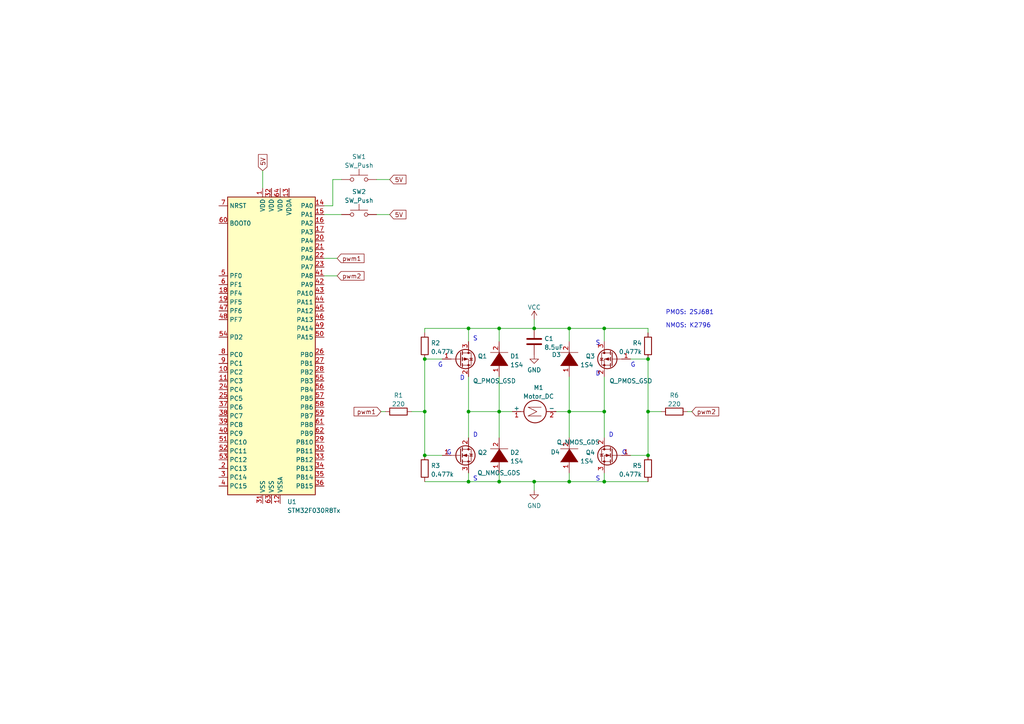
<source format=kicad_sch>
(kicad_sch (version 20211123) (generator eeschema)
  (paper "A4")
  (lib_symbols
    (symbol "Device:C" (pin_numbers hide) (pin_names (offset 0.254))
      (property "Reference" "C" (at 0.635 2.54 0))
      (property "Value" "C" (at 0.635 -2.54 0))
      (symbol "C_0_1"
        (polyline (pts (xy -2.032 -0.762) (xy 2.032 -0.762)) (stroke (width 0.508)))
        (polyline (pts (xy -2.032 0.762) (xy 2.032 0.762)) (stroke (width 0.508)))
      )
      (symbol "C_1_1"
        (pin passive line (at 0 3.81 270) (length 2.794) (name "~") (number "1"))
        (pin passive line (at 0 -3.81 90) (length 2.794) (name "~") (number "2"))
      )
    )
    (symbol "Device:Q_NMOS_GDS" (pin_names (offset 0) hide)
      (property "Reference" "Q" (at 5.08 1.27 0))
      (property "Value" "Q_NMOS_GDS" (at 5.08 -1.27 0))
      (symbol "Q_NMOS_GDS_0_1"
        (polyline (pts (xy 0.254 0) (xy -2.54 0)))
        (polyline (pts (xy 0.254 1.905) (xy 0.254 -1.905)) (stroke (width 0.254)))
        (polyline (pts (xy 0.762 -1.27) (xy 0.762 -2.286)) (stroke (width 0.254)))
        (polyline (pts (xy 0.762 0.508) (xy 0.762 -0.508)) (stroke (width 0.254)))
        (polyline (pts (xy 0.762 2.286) (xy 0.762 1.27)) (stroke (width 0.254)))
        (polyline (pts (xy 2.54 2.54) (xy 2.54 1.778)))
        (polyline (pts (xy 2.54 -2.54) (xy 2.54 0) (xy 0.762 0)))
        (polyline (pts (xy 0.762 -1.778) (xy 3.302 -1.778) (xy 3.302 1.778) (xy 0.762 1.778)))
        (polyline (pts (xy 1.016 0) (xy 2.032 0.381) (xy 2.032 -0.381) (xy 1.016 0)) (fill (type outline)))
        (polyline (pts (xy 2.794 0.508) (xy 2.921 0.381) (xy 3.683 0.381) (xy 3.81 0.254)))
        (polyline (pts (xy 3.302 0.381) (xy 2.921 -0.254) (xy 3.683 -0.254) (xy 3.302 0.381)))
        (circle (center 1.651 0) (radius 2.794) (stroke (width 0.254)))
        (circle (center 2.54 -1.778) (radius 0.254) (fill (type outline)))
        (circle (center 2.54 1.778) (radius 0.254) (fill (type outline)))
      )
      (symbol "Q_NMOS_GDS_1_1"
        (pin input line (at -5.08 0 0) (length 2.54) (name "G") (number "1"))
        (pin passive line (at 2.54 5.08 270) (length 2.54) (name "D") (number "2"))
        (pin passive line (at 2.54 -5.08 90) (length 2.54) (name "S") (number "3"))
      )
    )
    (symbol "Device:Q_PMOS_GSD" (pin_names (offset 0) hide)
      (property "Reference" "Q" (at 5.08 1.27 0))
      (property "Value" "Q_PMOS_GSD" (at 5.08 -1.27 0))
      (symbol "Q_PMOS_GSD_0_1"
        (polyline (pts (xy 0.254 0) (xy -2.54 0)))
        (polyline (pts (xy 0.254 1.905) (xy 0.254 -1.905)) (stroke (width 0.254)))
        (polyline (pts (xy 0.762 -1.27) (xy 0.762 -2.286)) (stroke (width 0.254)))
        (polyline (pts (xy 0.762 0.508) (xy 0.762 -0.508)) (stroke (width 0.254)))
        (polyline (pts (xy 0.762 2.286) (xy 0.762 1.27)) (stroke (width 0.254)))
        (polyline (pts (xy 2.54 2.54) (xy 2.54 1.778)))
        (polyline (pts (xy 2.54 -2.54) (xy 2.54 0) (xy 0.762 0)))
        (polyline (pts (xy 0.762 1.778) (xy 3.302 1.778) (xy 3.302 -1.778) (xy 0.762 -1.778)))
        (polyline (pts (xy 2.286 0) (xy 1.27 0.381) (xy 1.27 -0.381) (xy 2.286 0)) (fill (type outline)))
        (polyline (pts (xy 2.794 -0.508) (xy 2.921 -0.381) (xy 3.683 -0.381) (xy 3.81 -0.254)))
        (polyline (pts (xy 3.302 -0.381) (xy 2.921 0.254) (xy 3.683 0.254) (xy 3.302 -0.381)))
        (circle (center 1.651 0) (radius 2.794) (stroke (width 0.254)))
        (circle (center 2.54 -1.778) (radius 0.254) (fill (type outline)))
        (circle (center 2.54 1.778) (radius 0.254) (fill (type outline)))
      )
      (symbol "Q_PMOS_GSD_1_1"
        (pin input line (at -5.08 0 0) (length 2.54) (name "G") (number "1"))
        (pin passive line (at 2.54 -5.08 90) (length 2.54) (name "S") (number "2"))
        (pin passive line (at 2.54 5.08 270) (length 2.54) (name "D") (number "3"))
      )
    )
    (symbol "Device:R" (pin_numbers hide) (pin_names (offset 0))
      (property "Reference" "R" (at 2.032 0 90))
      (property "Value" "R" (at 0 0 90))
      (symbol "R_0_1"
        (rectangle (start -1.016 -2.54) (end 1.016 2.54) (stroke (width 0.254)))
      )
      (symbol "R_1_1"
        (pin passive line (at 0 3.81 270) (length 1.27) (name "~") (number "1"))
        (pin passive line (at 0 -3.81 90) (length 1.27) (name "~") (number "2"))
      )
    )
    (symbol "MCU_ST_STM32F0:STM32F030R8Tx"
      (property "Reference" "U" (at -12.7 44.45 0))
      (property "Value" "STM32F030R8Tx" (at 7.62 44.45 0))
      (symbol "STM32F030R8Tx_0_1"
        (rectangle (start -12.7 -43.18) (end 12.7 43.18) (stroke (width 0.254)) (fill (type background)))
      )
      (symbol "STM32F030R8Tx_1_1"
        (pin power_in line (at -2.54 45.72 270) (length 2.54) (name "VDD") (number "1"))
        (pin bidirectional line (at -15.24 -7.62 0) (length 2.54) (name "PC2") (number "10"))
        (pin bidirectional line (at -15.24 -10.16 0) (length 2.54) (name "PC3") (number "11"))
        (pin power_in line (at 2.54 -45.72 90) (length 2.54) (name "VSSA") (number "12"))
        (pin power_in line (at 5.08 45.72 270) (length 2.54) (name "VDDA") (number "13"))
        (pin bidirectional line (at 15.24 40.64 180) (length 2.54) (name "PA0") (number "14"))
        (pin bidirectional line (at 15.24 38.1 180) (length 2.54) (name "PA1") (number "15"))
        (pin bidirectional line (at 15.24 35.56 180) (length 2.54) (name "PA2") (number "16"))
        (pin bidirectional line (at 15.24 33.02 180) (length 2.54) (name "PA3") (number "17"))
        (pin bidirectional line (at -15.24 15.24 0) (length 2.54) (name "PF4") (number "18"))
        (pin bidirectional line (at -15.24 12.7 0) (length 2.54) (name "PF5") (number "19"))
        (pin bidirectional line (at -15.24 -35.56 0) (length 2.54) (name "PC13") (number "2"))
        (pin bidirectional line (at 15.24 30.48 180) (length 2.54) (name "PA4") (number "20"))
        (pin bidirectional line (at 15.24 27.94 180) (length 2.54) (name "PA5") (number "21"))
        (pin bidirectional line (at 15.24 25.4 180) (length 2.54) (name "PA6") (number "22"))
        (pin bidirectional line (at 15.24 22.86 180) (length 2.54) (name "PA7") (number "23"))
        (pin bidirectional line (at -15.24 -12.7 0) (length 2.54) (name "PC4") (number "24"))
        (pin bidirectional line (at -15.24 -15.24 0) (length 2.54) (name "PC5") (number "25"))
        (pin bidirectional line (at 15.24 -2.54 180) (length 2.54) (name "PB0") (number "26"))
        (pin bidirectional line (at 15.24 -5.08 180) (length 2.54) (name "PB1") (number "27"))
        (pin bidirectional line (at 15.24 -7.62 180) (length 2.54) (name "PB2") (number "28"))
        (pin bidirectional line (at 15.24 -27.94 180) (length 2.54) (name "PB10") (number "29"))
        (pin bidirectional line (at -15.24 -38.1 0) (length 2.54) (name "PC14") (number "3"))
        (pin bidirectional line (at 15.24 -30.48 180) (length 2.54) (name "PB11") (number "30"))
        (pin power_in line (at -2.54 -45.72 90) (length 2.54) (name "VSS") (number "31"))
        (pin power_in line (at 0 45.72 270) (length 2.54) (name "VDD") (number "32"))
        (pin bidirectional line (at 15.24 -33.02 180) (length 2.54) (name "PB12") (number "33"))
        (pin bidirectional line (at 15.24 -35.56 180) (length 2.54) (name "PB13") (number "34"))
        (pin bidirectional line (at 15.24 -38.1 180) (length 2.54) (name "PB14") (number "35"))
        (pin bidirectional line (at 15.24 -40.64 180) (length 2.54) (name "PB15") (number "36"))
        (pin bidirectional line (at -15.24 -17.78 0) (length 2.54) (name "PC6") (number "37"))
        (pin bidirectional line (at -15.24 -20.32 0) (length 2.54) (name "PC7") (number "38"))
        (pin bidirectional line (at -15.24 -22.86 0) (length 2.54) (name "PC8") (number "39"))
        (pin bidirectional line (at -15.24 -40.64 0) (length 2.54) (name "PC15") (number "4"))
        (pin bidirectional line (at -15.24 -25.4 0) (length 2.54) (name "PC9") (number "40"))
        (pin bidirectional line (at 15.24 20.32 180) (length 2.54) (name "PA8") (number "41"))
        (pin bidirectional line (at 15.24 17.78 180) (length 2.54) (name "PA9") (number "42"))
        (pin bidirectional line (at 15.24 15.24 180) (length 2.54) (name "PA10") (number "43"))
        (pin bidirectional line (at 15.24 12.7 180) (length 2.54) (name "PA11") (number "44"))
        (pin bidirectional line (at 15.24 10.16 180) (length 2.54) (name "PA12") (number "45"))
        (pin bidirectional line (at 15.24 7.62 180) (length 2.54) (name "PA13") (number "46"))
        (pin bidirectional line (at -15.24 10.16 0) (length 2.54) (name "PF6") (number "47"))
        (pin bidirectional line (at -15.24 7.62 0) (length 2.54) (name "PF7") (number "48"))
        (pin bidirectional line (at 15.24 5.08 180) (length 2.54) (name "PA14") (number "49"))
        (pin input line (at -15.24 20.32 0) (length 2.54) (name "PF0") (number "5"))
        (pin bidirectional line (at 15.24 2.54 180) (length 2.54) (name "PA15") (number "50"))
        (pin bidirectional line (at -15.24 -27.94 0) (length 2.54) (name "PC10") (number "51"))
        (pin bidirectional line (at -15.24 -30.48 0) (length 2.54) (name "PC11") (number "52"))
        (pin bidirectional line (at -15.24 -33.02 0) (length 2.54) (name "PC12") (number "53"))
        (pin bidirectional line (at -15.24 2.54 0) (length 2.54) (name "PD2") (number "54"))
        (pin bidirectional line (at 15.24 -10.16 180) (length 2.54) (name "PB3") (number "55"))
        (pin bidirectional line (at 15.24 -12.7 180) (length 2.54) (name "PB4") (number "56"))
        (pin bidirectional line (at 15.24 -15.24 180) (length 2.54) (name "PB5") (number "57"))
        (pin bidirectional line (at 15.24 -17.78 180) (length 2.54) (name "PB6") (number "58"))
        (pin bidirectional line (at 15.24 -20.32 180) (length 2.54) (name "PB7") (number "59"))
        (pin input line (at -15.24 17.78 0) (length 2.54) (name "PF1") (number "6"))
        (pin input line (at -15.24 35.56 0) (length 2.54) (name "BOOT0") (number "60"))
        (pin bidirectional line (at 15.24 -22.86 180) (length 2.54) (name "PB8") (number "61"))
        (pin bidirectional line (at 15.24 -25.4 180) (length 2.54) (name "PB9") (number "62"))
        (pin power_in line (at 0 -45.72 90) (length 2.54) (name "VSS") (number "63"))
        (pin power_in line (at 2.54 45.72 270) (length 2.54) (name "VDD") (number "64"))
        (pin input line (at -15.24 40.64 0) (length 2.54) (name "NRST") (number "7"))
        (pin bidirectional line (at -15.24 -2.54 0) (length 2.54) (name "PC0") (number "8"))
        (pin bidirectional line (at -15.24 -5.08 0) (length 2.54) (name "PC1") (number "9"))
      )
    )
    (symbol "Motor:Motor_DC" (pin_names (offset 0))
      (property "Reference" "M" (at 2.54 2.54 0))
      (property "Value" "Motor_DC" (at 2.54 -5.08 0))
      (symbol "Motor_DC_0_0"
        (polyline (pts (xy -1.27 -3.302) (xy -1.27 0.508) (xy 0 -2.032) (xy 1.27 0.508) (xy 1.27 -3.302)))
      )
      (symbol "Motor_DC_0_1"
        (circle (center 0 -1.524) (radius 3.2512) (stroke (width 0.254)))
        (polyline (pts (xy 0 -7.62) (xy 0 -7.112)))
        (polyline (pts (xy 0 -4.7752) (xy 0 -5.1816)))
        (polyline (pts (xy 0 1.7272) (xy 0 2.0828)))
        (polyline (pts (xy 0 2.032) (xy 0 2.54)))
      )
      (symbol "Motor_DC_1_1"
        (pin passive line (at 0 5.08 270) (length 2.54) (name "+") (number "1"))
        (pin passive line (at 0 -7.62 90) (length 2.54) (name "-") (number "2"))
      )
    )
    (symbol "Switch:SW_Push" (pin_numbers hide) (pin_names (offset 1.016) hide)
      (property "Reference" "SW" (at 1.27 2.54 0))
      (property "Value" "SW_Push" (at 0 -1.524 0))
      (symbol "SW_Push_0_1"
        (circle (center -2.032 0) (radius 0.508))
        (polyline (pts (xy 0 1.27) (xy 0 3.048)))
        (polyline (pts (xy 2.54 1.27) (xy -2.54 1.27)))
        (circle (center 2.032 0) (radius 0.508))
        (pin passive line (at -5.08 0 0) (length 2.54) (name "1") (number "1"))
        (pin passive line (at 5.08 0 180) (length 2.54) (name "2") (number "2"))
      )
    )
    (symbol "power:GND" (power) (pin_names (offset 0))
      (property "Value" "GND" (at 0 -3.81 0))
      (symbol "GND_0_1"
        (polyline (pts (xy 0 0) (xy 0 -1.27) (xy 1.27 -1.27) (xy 0 -2.54) (xy -1.27 -1.27) (xy 0 -1.27)))
      )
      (symbol "GND_1_1"
        (pin power_in line (at 0 0 270) (length 0) hide (name "GND") (number "1"))
      )
    )
    (symbol "power:VCC" (power) (pin_names (offset 0))
      (property "Value" "VCC" (at 0 3.81 0))
      (symbol "VCC_0_1"
        (polyline (pts (xy -0.762 1.27) (xy 0 2.54)))
        (polyline (pts (xy 0 0) (xy 0 2.54)))
        (polyline (pts (xy 0 2.54) (xy 0.762 1.27)))
      )
      (symbol "VCC_1_1"
        (pin power_in line (at 0 0 90) (length 0) hide (name "VCC") (number "1"))
      )
    )
    (symbol "pspice:DIODE" (pin_names (offset 1.016) hide)
      (property "Reference" "D" (at 0 3.81 0))
      (property "Value" "DIODE" (at 0 -4.445 0))
      (symbol "DIODE_0_1"
        (polyline (pts (xy 1.905 2.54) (xy 1.905 -2.54)))
        (polyline (pts (xy -1.905 2.54) (xy -1.905 -2.54) (xy 1.905 0)) (fill (type outline)))
      )
      (symbol "DIODE_1_1"
        (pin input line (at -5.08 0 0) (length 3.81) (name "K") (number "1"))
        (pin input line (at 5.08 0 180) (length 3.81) (name "A") (number "2"))
      )
    )
  )
  (junction (at 144.78 119.38))
  (junction (at 135.89 119.38))
  (junction (at 175.26 139.7))
  (junction (at 187.96 119.38))
  (junction (at 154.94 95.25))
  (junction (at 123.19 132.08))
  (junction (at 175.26 95.25))
  (junction (at 154.94 139.7))
  (junction (at 187.96 104.14))
  (junction (at 123.19 104.14))
  (junction (at 165.1 95.25))
  (junction (at 144.78 139.7))
  (junction (at 165.1 139.7))
  (junction (at 175.26 119.38))
  (junction (at 187.96 132.08))
  (junction (at 165.1 119.38))
  (junction (at 135.89 95.25))
  (junction (at 123.19 119.38))
  (junction (at 135.89 139.7))
  (junction (at 144.78 95.25))
  (wire (pts (xy 187.96 139.7) (xy 175.26 139.7)))
  (wire (pts (xy 135.89 95.25) (xy 123.19 95.25)))
  (wire (pts (xy 128.27 104.14) (xy 123.19 104.14)))
  (wire (pts (xy 165.1 109.22) (xy 165.1 119.38)))
  (wire (pts (xy 175.26 99.06) (xy 175.26 95.25)))
  (wire (pts (xy 144.78 137.16) (xy 144.78 139.7)))
  (wire (pts (xy 187.96 104.14) (xy 187.96 119.38)))
  (wire (pts (xy 161.29 119.38) (xy 165.1 119.38)))
  (wire (pts (xy 93.98 74.93) (xy 97.79 74.93)))
  (wire (pts (xy 175.26 119.38) (xy 175.26 127)))
  (wire (pts (xy 93.98 80.01) (xy 97.79 80.01)))
  (wire (pts (xy 187.96 95.25) (xy 187.96 96.52)))
  (wire (pts (xy 165.1 137.16) (xy 165.1 139.7)))
  (wire (pts (xy 165.1 119.38) (xy 175.26 119.38)))
  (wire (pts (xy 135.89 95.25) (xy 144.78 95.25)))
  (wire (pts (xy 135.89 119.38) (xy 135.89 127)))
  (wire (pts (xy 154.94 139.7) (xy 165.1 139.7)))
  (wire (pts (xy 187.96 132.08) (xy 182.88 132.08)))
  (wire (pts (xy 144.78 109.22) (xy 144.78 119.38)))
  (wire (pts (xy 123.19 132.08) (xy 128.27 132.08)))
  (wire (pts (xy 99.06 52.07) (xy 96.52 52.07)))
  (wire (pts (xy 144.78 119.38) (xy 148.59 119.38)))
  (wire (pts (xy 175.26 137.16) (xy 175.26 139.7)))
  (wire (pts (xy 187.96 119.38) (xy 191.77 119.38)))
  (wire (pts (xy 165.1 95.25) (xy 175.26 95.25)))
  (wire (pts (xy 199.39 119.38) (xy 200.66 119.38)))
  (wire (pts (xy 93.98 62.23) (xy 99.06 62.23)))
  (wire (pts (xy 109.22 62.23) (xy 113.03 62.23)))
  (wire (pts (xy 154.94 95.25) (xy 165.1 95.25)))
  (wire (pts (xy 165.1 139.7) (xy 175.26 139.7)))
  (wire (pts (xy 135.89 139.7) (xy 144.78 139.7)))
  (wire (pts (xy 165.1 119.38) (xy 165.1 127)))
  (wire (pts (xy 119.38 119.38) (xy 123.19 119.38)))
  (wire (pts (xy 109.22 52.07) (xy 113.03 52.07)))
  (wire (pts (xy 93.98 59.69) (xy 96.52 59.69)))
  (wire (pts (xy 175.26 95.25) (xy 187.96 95.25)))
  (wire (pts (xy 135.89 99.06) (xy 135.89 95.25)))
  (wire (pts (xy 123.19 119.38) (xy 123.19 132.08)))
  (wire (pts (xy 154.94 92.71) (xy 154.94 95.25)))
  (wire (pts (xy 144.78 119.38) (xy 144.78 127)))
  (wire (pts (xy 144.78 139.7) (xy 154.94 139.7)))
  (wire (pts (xy 187.96 119.38) (xy 187.96 132.08)))
  (wire (pts (xy 135.89 109.22) (xy 135.89 119.38)))
  (wire (pts (xy 182.88 104.14) (xy 187.96 104.14)))
  (wire (pts (xy 123.19 104.14) (xy 123.19 119.38)))
  (wire (pts (xy 76.2 49.53) (xy 76.2 54.61)))
  (wire (pts (xy 154.94 139.7) (xy 154.94 142.24)))
  (wire (pts (xy 96.52 52.07) (xy 96.52 59.69)))
  (wire (pts (xy 135.89 119.38) (xy 144.78 119.38)))
  (wire (pts (xy 144.78 95.25) (xy 144.78 99.06)))
  (wire (pts (xy 144.78 95.25) (xy 154.94 95.25)))
  (wire (pts (xy 165.1 95.25) (xy 165.1 99.06)))
  (wire (pts (xy 135.89 137.16) (xy 135.89 139.7)))
  (wire (pts (xy 123.19 95.25) (xy 123.19 96.52)))
  (wire (pts (xy 123.19 139.7) (xy 135.89 139.7)))
  (wire (pts (xy 110.49 119.38) (xy 111.76 119.38)))
  (wire (pts (xy 175.26 109.22) (xy 175.26 119.38)))
  (text "PMOS: 2SJ681" (at 193.04 91.44 0) (effects (font (size 1.27 1.27)) (justify left bottom)))
  (text "G" (at 127 106.68 0) (effects (font (size 1.27 1.27)) (justify left bottom)))
  (text "S" (at 172.72 139.7 0) (effects (font (size 1.27 1.27)) (justify left bottom)))
  (text "D" (at 176.53 127 0) (effects (font (size 1.27 1.27)) (justify left bottom)))
  (text "S" (at 137.16 99.06 0) (effects (font (size 1.27 1.27)) (justify left bottom)))
  (text "S" (at 137.16 139.7 0) (effects (font (size 1.27 1.27)) (justify left bottom)))
  (text "D" (at 133.35 110.49 0) (effects (font (size 1.27 1.27)) (justify left bottom)))
  (text "G" (at 129.54 132.08 0) (effects (font (size 1.27 1.27)) (justify left bottom)))
  (text "D" (at 137.16 127 0) (effects (font (size 1.27 1.27)) (justify left bottom)))
  (text "S" (at 172.72 100.33 0) (effects (font (size 1.27 1.27)) (justify left bottom)))
  (text "NMOS: K2796" (at 193.04 95.25 0) (effects (font (size 1.27 1.27)) (justify left bottom)))
  (text "D" (at 172.72 109.22 0) (effects (font (size 1.27 1.27)) (justify left bottom)))
  (text "G" (at 182.88 106.68 0) (effects (font (size 1.27 1.27)) (justify left bottom)))
  (text "G" (at 180.34 132.08 0) (effects (font (size 1.27 1.27)) (justify left bottom)))
  (global_label "pwm1" (shape input) (at 110.49 119.38 180) (property "Intersheet References" "${INTERSHEET_REFS}" (effects hide)))
  (global_label "5V" (shape input) (at 113.03 52.07 0) (property "Intersheet References" "${INTERSHEET_REFS}" (effects hide)))
  (global_label "pwm2" (shape input) (at 200.66 119.38 0) (property "Intersheet References" "${INTERSHEET_REFS}" (effects hide)))
  (global_label "pwm2" (shape input) (at 97.79 80.01 0) (property "Intersheet References" "${INTERSHEET_REFS}" (effects hide)))
  (global_label "5V" (shape input) (at 113.03 62.23 0) (property "Intersheet References" "${INTERSHEET_REFS}" (effects hide)))
  (global_label "pwm1" (shape input) (at 97.79 74.93 0) (property "Intersheet References" "${INTERSHEET_REFS}" (effects hide)))
  (global_label "5V" (shape input) (at 76.2 49.53 90) (property "Intersheet References" "${INTERSHEET_REFS}" (effects hide)))
  (symbol (lib_id "Device:Q_PMOS_GSD") (at 133.35 104.14 0) (unit 1)
    (property "Reference" "Q1" (at 138.557 103.3053 0) (effects (justify left)))
    (property "Value" "Q_PMOS_GSD" (at 137.16 110.49 0) (effects (justify left)))
  )
  (symbol (lib_id "MCU_ST_STM32F0:STM32F030R8Tx") (at 78.74 100.33 0) (unit 1)
    (property "Reference" "U1" (at 83.2994 145.5404 0) (effects (justify left)))
    (property "Value" "STM32F030R8Tx" (at 83.2994 148.0773 0) (effects (justify left)))
    (property "Footprint" "Package_QFP:LQFP-64_10x10mm_P0.5mm" (effects hide))
    (property "Datasheet" "http://www.st.com/st-web-ui/static/active/en/resource/technical/document/datasheet/DM00088500.pdf" (effects hide))
  )
  (symbol (lib_id "pspice:DIODE") (at 165.1 104.14 90) (unit 1)
    (property "Reference" "D3" (at 160.02 102.87 90) (effects (justify right)))
    (property "Value" "1S4" (at 168.275 105.8422 90) (effects (justify right)))
  )
  (symbol (lib_id "Device:R") (at 195.58 119.38 90) (unit 1)
    (property "Reference" "R6" (at 195.58 114.6642 90))
    (property "Value" "220" (at 195.58 117.2011 90))
  )
  (symbol (lib_id "Device:Q_PMOS_GSD") (at 177.8 104.14 0) (mirror y) (unit 1)
    (property "Reference" "Q3" (at 172.593 103.3053 0) (effects (justify left)))
    (property "Value" "Q_PMOS_GSD" (at 189.23 110.49 0) (effects (justify left)))
  )
  (symbol (lib_id "power:GND") (at 154.94 142.24 0) (mirror y) (unit 1)
    (property "Reference" "#PWR03" (effects hide))
    (property "Value" "GND" (at 154.94 146.6834 0))
  )
  (symbol (lib_id "power:GND") (at 154.94 102.87 0) (unit 1)
    (property "Reference" "#PWR02" (effects hide))
    (property "Value" "GND" (at 154.94 107.3134 0))
  )
  (symbol (lib_id "Motor:Motor_DC") (at 153.67 119.38 90) (unit 1)
    (property "Reference" "M1" (at 156.21 112.429 90))
    (property "Value" "Motor_DC" (at 156.21 114.9659 90))
  )
  (symbol (lib_id "Device:R") (at 123.19 100.33 0) (unit 1)
    (property "Reference" "R2" (at 124.968 99.4953 0) (effects (justify left)))
    (property "Value" "0.477k" (at 124.968 102.0322 0) (effects (justify left)))
  )
  (symbol (lib_id "Switch:SW_Push") (at 104.14 52.07 0) (unit 1)
    (property "Reference" "SW1" (at 104.14 45.4492 0))
    (property "Value" "SW_Push" (at 104.14 47.9861 0))
  )
  (symbol (lib_id "Device:Q_NMOS_GDS") (at 177.8 132.08 0) (mirror y) (unit 1)
    (property "Reference" "Q4" (at 172.593 131.2453 0) (effects (justify left)))
    (property "Value" "Q_NMOS_GDS" (at 173.99 128.27 0) (effects (justify left)))
  )
  (symbol (lib_id "pspice:DIODE") (at 144.78 132.08 90) (unit 1)
    (property "Reference" "D2" (at 147.955 131.2453 90) (effects (justify right)))
    (property "Value" "1S4" (at 147.955 133.7822 90) (effects (justify right)))
  )
  (symbol (lib_id "Device:R") (at 123.19 135.89 0) (unit 1)
    (property "Reference" "R3" (at 124.968 135.0553 0) (effects (justify left)))
    (property "Value" "0.477k" (at 124.968 137.5922 0) (effects (justify left)))
  )
  (symbol (lib_id "Switch:SW_Push") (at 104.14 62.23 0) (unit 1)
    (property "Reference" "SW2" (at 104.14 55.6092 0))
    (property "Value" "SW_Push" (at 104.14 58.1461 0))
  )
  (symbol (lib_id "Device:R") (at 187.96 100.33 0) (mirror y) (unit 1)
    (property "Reference" "R4" (at 186.182 99.4953 0) (effects (justify left)))
    (property "Value" "0.477k" (at 186.182 102.0322 0) (effects (justify left)))
  )
  (symbol (lib_id "Device:R") (at 115.57 119.38 90) (unit 1)
    (property "Reference" "R1" (at 115.57 114.6642 90))
    (property "Value" "220" (at 115.57 117.2011 90))
  )
  (symbol (lib_id "pspice:DIODE") (at 165.1 132.08 90) (unit 1)
    (property "Reference" "D4" (at 159.7037 131.1201 90) (effects (justify right)))
    (property "Value" "1S4" (at 168.275 133.7822 90) (effects (justify right)))
  )
  (symbol (lib_id "pspice:DIODE") (at 144.78 104.14 90) (unit 1)
    (property "Reference" "D1" (at 147.955 103.3053 90) (effects (justify right)))
    (property "Value" "1S4" (at 147.955 105.8422 90) (effects (justify right)))
  )
  (symbol (lib_id "Device:C") (at 154.94 99.06 0) (unit 1)
    (property "Reference" "C1" (at 157.861 98.2253 0) (effects (justify left)))
    (property "Value" "8.5uF" (at 157.861 100.7622 0) (effects (justify left)))
  )
  (symbol (lib_id "power:VCC") (at 154.94 92.71 0) (unit 1)
    (property "Reference" "#PWR01" (effects hide))
    (property "Value" "VCC" (at 154.94 89.1342 0))
  )
  (symbol (lib_id "Device:R") (at 187.96 135.89 0) (mirror y) (unit 1)
    (property "Reference" "R5" (at 186.182 135.0553 0) (effects (justify left)))
    (property "Value" "0.477k" (at 186.182 137.5922 0) (effects (justify left)))
  )
  (symbol (lib_id "Device:Q_NMOS_GDS") (at 133.35 132.08 0) (unit 1)
    (property "Reference" "Q2" (at 138.557 131.2453 0) (effects (justify left)))
    (property "Value" "Q_NMOS_GDS" (at 138.43 137.16 0) (effects (justify left)))
  )
)
</source>
